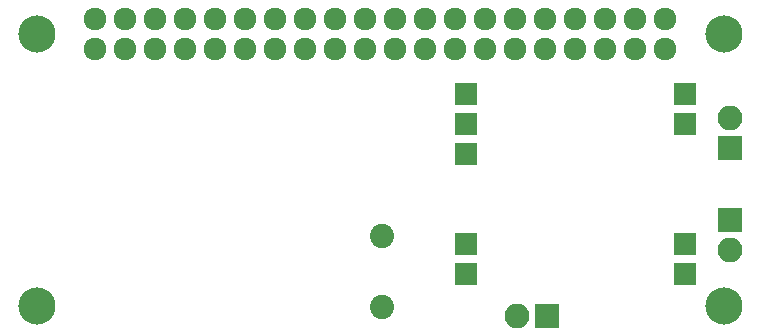
<source format=gbs>
G04 #@! TF.FileFunction,Soldermask,Bot*
%FSLAX46Y46*%
G04 Gerber Fmt 4.6, Leading zero omitted, Abs format (unit mm)*
G04 Created by KiCad (PCBNEW 4.0.6-e0-6349~53~ubuntu16.04.1) date Wed Mar 29 22:02:49 2017*
%MOMM*%
%LPD*%
G01*
G04 APERTURE LIST*
%ADD10C,0.100000*%
%ADD11C,1.924000*%
%ADD12C,3.150000*%
%ADD13C,2.050000*%
%ADD14R,2.100000X2.100000*%
%ADD15O,2.100000X2.100000*%
%ADD16R,1.924000X1.924000*%
G04 APERTURE END LIST*
D10*
D11*
X124308000Y-96596000D03*
X124308000Y-94056000D03*
X126848000Y-96596000D03*
X126848000Y-94056000D03*
X129388000Y-96596000D03*
X129388000Y-94056000D03*
X131928000Y-96596000D03*
X131928000Y-94056000D03*
X134468000Y-96596000D03*
X134468000Y-94056000D03*
X137008000Y-96596000D03*
X137008000Y-94056000D03*
X139548000Y-96596000D03*
X139548000Y-94056000D03*
X142088000Y-96596000D03*
X142088000Y-94056000D03*
X144628000Y-96596000D03*
X144628000Y-94056000D03*
X147168000Y-96596000D03*
X147168000Y-94056000D03*
X149708000Y-96596000D03*
X149708000Y-94056000D03*
X152248000Y-96596000D03*
X152248000Y-94056000D03*
X154788000Y-96596000D03*
X154788000Y-94056000D03*
X157328000Y-96596000D03*
X157328000Y-94056000D03*
X159868000Y-96596000D03*
X159868000Y-94056000D03*
X162408000Y-96596000D03*
X162408000Y-94056000D03*
X164948000Y-96596000D03*
X164948000Y-94056000D03*
X167488000Y-96596000D03*
X167488000Y-94056000D03*
X170028000Y-96596000D03*
X170028000Y-94056000D03*
X172568000Y-96596000D03*
X172568000Y-94056000D03*
D12*
X119355000Y-95326000D03*
X177521000Y-95326000D03*
X119355000Y-118313000D03*
X177521000Y-118313000D03*
D13*
X148590000Y-118412000D03*
X148590000Y-112412000D03*
D14*
X178054000Y-104902000D03*
D15*
X178054000Y-102362000D03*
D14*
X178054000Y-110998000D03*
D15*
X178054000Y-113538000D03*
D16*
X174244000Y-100330000D03*
X174244000Y-102870000D03*
X174244000Y-113030000D03*
X174244000Y-115570000D03*
X155702000Y-100330000D03*
X155702000Y-102870000D03*
X155702000Y-105410000D03*
X155702000Y-113030000D03*
X155702000Y-115570000D03*
D14*
X162560000Y-119126000D03*
D15*
X160020000Y-119126000D03*
M02*

</source>
